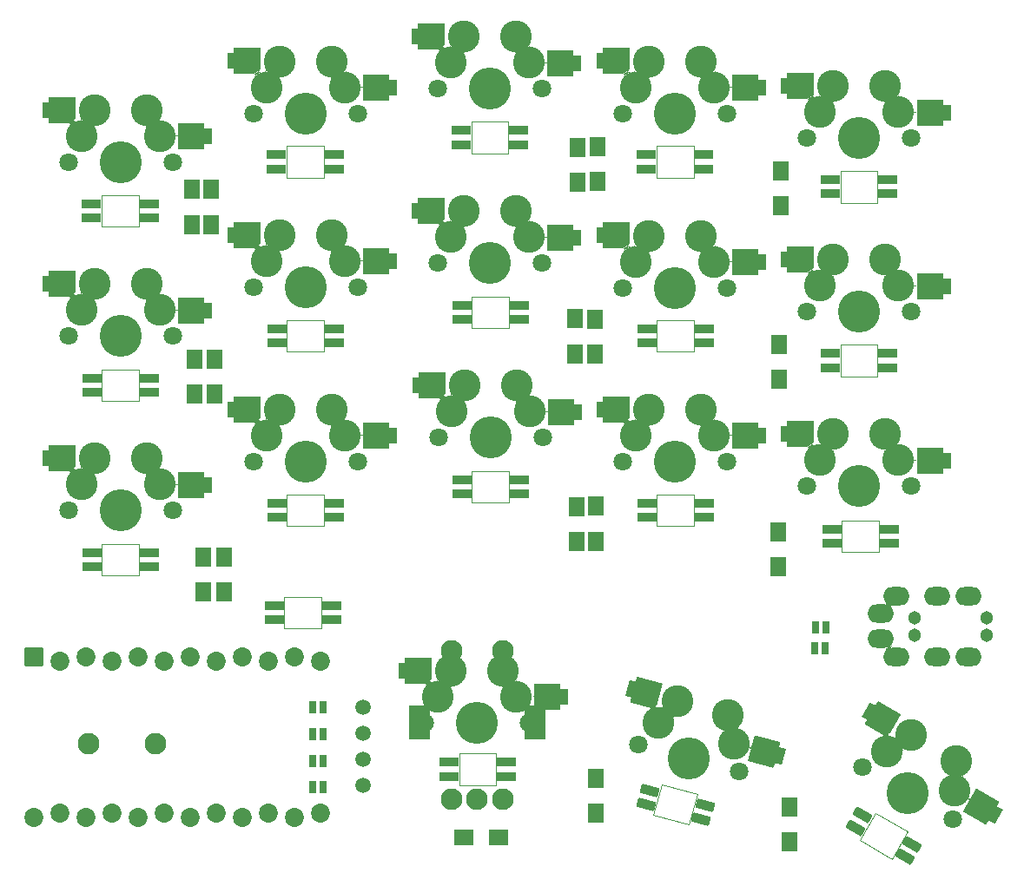
<source format=gbr>
G04 #@! TF.GenerationSoftware,KiCad,Pcbnew,7.0.1*
G04 #@! TF.CreationDate,2024-09-03T13:38:48+07:00*
G04 #@! TF.ProjectId,minikeeb,6d696e69-6b65-4656-922e-6b696361645f,rev?*
G04 #@! TF.SameCoordinates,Original*
G04 #@! TF.FileFunction,Soldermask,Top*
G04 #@! TF.FilePolarity,Negative*
%FSLAX46Y46*%
G04 Gerber Fmt 4.6, Leading zero omitted, Abs format (unit mm)*
G04 Created by KiCad (PCBNEW 7.0.1) date 2024-09-03 13:38:48*
%MOMM*%
%LPD*%
G01*
G04 APERTURE LIST*
G04 Aperture macros list*
%AMRoundRect*
0 Rectangle with rounded corners*
0 $1 Rounding radius*
0 $2 $3 $4 $5 $6 $7 $8 $9 X,Y pos of 4 corners*
0 Add a 4 corners polygon primitive as box body*
4,1,4,$2,$3,$4,$5,$6,$7,$8,$9,$2,$3,0*
0 Add four circle primitives for the rounded corners*
1,1,$1+$1,$2,$3*
1,1,$1+$1,$4,$5*
1,1,$1+$1,$6,$7*
1,1,$1+$1,$8,$9*
0 Add four rect primitives between the rounded corners*
20,1,$1+$1,$2,$3,$4,$5,0*
20,1,$1+$1,$4,$5,$6,$7,0*
20,1,$1+$1,$6,$7,$8,$9,0*
20,1,$1+$1,$8,$9,$2,$3,0*%
%AMFreePoly0*
4,1,41,2.719517,1.297118,2.754872,1.282473,2.782473,1.254872,2.797118,1.219517,2.801000,1.200000,2.801000,-0.800000,2.799048,-0.809811,2.799038,-0.819807,2.791404,-0.838184,2.786112,-0.846085,2.782473,-0.854872,2.771416,-0.871419,2.763105,-0.876971,2.756025,-0.884038,2.156025,-1.284038,2.137628,-1.291634,2.128301,-1.293478,2.119521,-1.297116,2.100000,-1.301000,0.300000,-1.301000,
0.280483,-1.297118,0.245128,-1.282473,0.217527,-1.254872,0.202882,-1.219517,0.199000,-1.200000,0.199000,-0.801000,-0.350000,-0.801000,-0.386062,-0.786062,-0.401000,-0.750000,-0.401000,0.750000,-0.386062,0.786062,-0.350000,0.801000,0.199000,0.801000,0.199000,1.200000,0.202882,1.219517,0.217527,1.254872,0.245128,1.282473,0.280483,1.297118,0.300000,1.301000,2.700000,1.301000,
2.719517,1.297118,2.719517,1.297118,$1*%
%AMFreePoly1*
4,1,33,-0.380483,1.297118,-0.345128,1.282473,-0.317527,1.254872,-0.302882,1.219517,-0.299000,1.200000,-0.299000,0.801000,0.350000,0.801000,0.386062,0.786062,0.401000,0.750000,0.401000,-0.750000,0.386062,-0.786062,0.350000,-0.801000,-0.299000,-0.801000,-0.299000,-1.200000,-0.302882,-1.219517,-0.317527,-1.254872,-0.345128,-1.282473,-0.380483,-1.297118,-0.400000,-1.301000,-2.800000,-1.301000,
-2.819517,-1.297118,-2.854872,-1.282473,-2.882473,-1.254872,-2.897118,-1.219517,-2.901000,-1.200000,-2.901000,1.200000,-2.897118,1.219517,-2.882473,1.254872,-2.854872,1.282473,-2.819517,1.297118,-2.800000,1.301000,-0.400000,1.301000,-0.380483,1.297118,-0.380483,1.297118,$1*%
G04 Aperture macros list end*
G04 #@! TA.AperFunction,Profile*
%ADD10C,0.100000*%
G04 #@! TD*
%ADD11C,1.302000*%
%ADD12O,2.602000X1.802000*%
%ADD13RoundRect,0.051000X-0.850000X-0.412500X0.850000X-0.412500X0.850000X0.412500X-0.850000X0.412500X0*%
%ADD14RoundRect,0.051000X0.750000X-0.900000X0.750000X0.900000X-0.750000X0.900000X-0.750000X-0.900000X0*%
%ADD15RoundRect,0.051000X0.850000X0.412500X-0.850000X0.412500X-0.850000X-0.412500X0.850000X-0.412500X0*%
%ADD16C,1.802000*%
%ADD17C,3.102000*%
%ADD18C,4.102000*%
%ADD19FreePoly0,0.000000*%
%ADD20FreePoly1,0.000000*%
%ADD21RoundRect,0.051000X0.927800X0.178448X-0.714274X0.618441X-0.927800X-0.178448X0.714274X-0.618441X0*%
%ADD22RoundRect,0.051000X0.900000X0.750000X-0.900000X0.750000X-0.900000X-0.750000X0.900000X-0.750000X0*%
%ADD23FreePoly0,345.000000*%
%ADD24FreePoly1,345.000000*%
%ADD25C,1.499000*%
%ADD26RoundRect,0.051000X0.317500X0.571500X-0.317500X0.571500X-0.317500X-0.571500X0.317500X-0.571500X0*%
%ADD27FreePoly0,330.000000*%
%ADD28FreePoly1,330.000000*%
%ADD29C,2.102000*%
%ADD30RoundRect,0.051000X1.000000X-1.600000X1.000000X1.600000X-1.000000X1.600000X-1.000000X-1.600000X0*%
%ADD31RoundRect,0.051000X0.942372X-0.067765X-0.529872X0.782235X-0.942372X0.067765X0.529872X-0.782235X0*%
%ADD32RoundRect,0.051000X-0.876300X-0.876300X0.876300X-0.876300X0.876300X0.876300X-0.876300X0.876300X0*%
%ADD33C,1.854600*%
G04 APERTURE END LIST*
D10*
X74350000Y-79170000D02*
X74350000Y-82270000D01*
X74350000Y-82270000D02*
X77950000Y-82270000D01*
X77950000Y-79170000D02*
X74350000Y-79170000D01*
X77950000Y-82270000D02*
X77950000Y-79170000D01*
X78000000Y-99340000D02*
X78000000Y-96240000D01*
X78000000Y-96240000D02*
X74400000Y-96240000D01*
X74400000Y-99340000D02*
X78000000Y-99340000D01*
X74400000Y-96240000D02*
X74400000Y-99340000D01*
X74400000Y-113258000D02*
X74400000Y-116358000D01*
X74400000Y-116358000D02*
X78000000Y-116358000D01*
X78000000Y-113258000D02*
X74400000Y-113258000D01*
X78000000Y-116358000D02*
X78000000Y-113258000D01*
X59966000Y-101626000D02*
X59966000Y-98526000D01*
X59966000Y-98526000D02*
X56366000Y-98526000D01*
X56366000Y-101626000D02*
X59966000Y-101626000D01*
X56366000Y-98526000D02*
X56366000Y-101626000D01*
X56350000Y-81560000D02*
X56350000Y-84660000D01*
X56350000Y-84660000D02*
X59950000Y-84660000D01*
X59950000Y-81560000D02*
X56350000Y-81560000D01*
X59950000Y-84660000D02*
X59950000Y-81560000D01*
X76750000Y-143890000D02*
X76750000Y-140790000D01*
X76750000Y-140790000D02*
X73150000Y-140790000D01*
X73150000Y-143890000D02*
X76750000Y-143890000D01*
X73150000Y-140790000D02*
X73150000Y-143890000D01*
X95571497Y-147759059D02*
X96373836Y-144764689D01*
X96373836Y-144764689D02*
X92896503Y-143832941D01*
X92094164Y-146827311D02*
X95571497Y-147759059D01*
X92896503Y-143832941D02*
X92094164Y-146827311D01*
X110332500Y-83970000D02*
X110332500Y-87070000D01*
X110332500Y-87070000D02*
X113932500Y-87070000D01*
X113932500Y-83970000D02*
X110332500Y-83970000D01*
X113932500Y-87070000D02*
X113932500Y-83970000D01*
X41932000Y-106452000D02*
X41932000Y-103352000D01*
X41932000Y-103352000D02*
X38332000Y-103352000D01*
X38332000Y-106452000D02*
X41932000Y-106452000D01*
X38332000Y-103352000D02*
X38332000Y-106452000D01*
X38332000Y-120370000D02*
X38332000Y-123470000D01*
X38332000Y-123470000D02*
X41932000Y-123470000D01*
X41932000Y-120370000D02*
X38332000Y-120370000D01*
X41932000Y-123470000D02*
X41932000Y-120370000D01*
X92434000Y-115544000D02*
X92434000Y-118644000D01*
X92434000Y-118644000D02*
X96034000Y-118644000D01*
X96034000Y-115544000D02*
X92434000Y-115544000D01*
X96034000Y-118644000D02*
X96034000Y-115544000D01*
X56120000Y-125510000D02*
X56120000Y-128610000D01*
X56120000Y-128610000D02*
X59720000Y-128610000D01*
X59720000Y-125510000D02*
X56120000Y-125510000D01*
X59720000Y-128610000D02*
X59720000Y-125510000D01*
X92402500Y-81560000D02*
X92402500Y-84660000D01*
X92402500Y-84660000D02*
X96002500Y-84660000D01*
X96002500Y-81560000D02*
X92402500Y-81560000D01*
X96002500Y-84660000D02*
X96002500Y-81560000D01*
X38320000Y-86310000D02*
X38320000Y-89410000D01*
X38320000Y-89410000D02*
X41920000Y-89410000D01*
X41920000Y-86310000D02*
X38320000Y-86310000D01*
X41920000Y-89410000D02*
X41920000Y-86310000D01*
X56366000Y-115544000D02*
X56366000Y-118644000D01*
X56366000Y-118644000D02*
X59966000Y-118644000D01*
X59966000Y-115544000D02*
X56366000Y-115544000D01*
X59966000Y-118644000D02*
X59966000Y-115544000D01*
X113927500Y-104020000D02*
X113927500Y-100920000D01*
X113927500Y-100920000D02*
X110327500Y-100920000D01*
X110327500Y-104020000D02*
X113927500Y-104020000D01*
X110327500Y-100920000D02*
X110327500Y-104020000D01*
X115337846Y-151086339D02*
X116887846Y-148401661D01*
X116887846Y-148401661D02*
X113770154Y-146601661D01*
X112220154Y-149286339D02*
X115337846Y-151086339D01*
X113770154Y-146601661D02*
X112220154Y-149286339D01*
X110468000Y-118084000D02*
X110468000Y-121184000D01*
X110468000Y-121184000D02*
X114068000Y-121184000D01*
X114068000Y-118084000D02*
X110468000Y-118084000D01*
X114068000Y-121184000D02*
X114068000Y-118084000D01*
X96034000Y-101626000D02*
X96034000Y-98526000D01*
X96034000Y-98526000D02*
X92434000Y-98526000D01*
X92434000Y-101626000D02*
X96034000Y-101626000D01*
X92434000Y-98526000D02*
X92434000Y-101626000D01*
X96034000Y-101626000D02*
X92434000Y-101626000D01*
X96034000Y-98526000D02*
X96034000Y-101626000D01*
X92434000Y-101626000D02*
X92434000Y-98526000D01*
X92434000Y-98526000D02*
X96034000Y-98526000D01*
X38320000Y-86310000D02*
X41920000Y-86310000D01*
X38320000Y-89410000D02*
X38320000Y-86310000D01*
X41920000Y-86310000D02*
X41920000Y-89410000D01*
X41920000Y-89410000D02*
X38320000Y-89410000D01*
X76770000Y-143890000D02*
X73170000Y-143890000D01*
X76770000Y-140790000D02*
X76770000Y-143890000D01*
X73170000Y-143890000D02*
X73170000Y-140790000D01*
X73170000Y-140790000D02*
X76770000Y-140790000D01*
X41932000Y-106452000D02*
X38332000Y-106452000D01*
X41932000Y-103352000D02*
X41932000Y-106452000D01*
X38332000Y-106452000D02*
X38332000Y-103352000D01*
X38332000Y-103352000D02*
X41932000Y-103352000D01*
X115333846Y-151082339D02*
X112216154Y-149282339D01*
X116883846Y-148397661D02*
X115333846Y-151082339D01*
X112216154Y-149282339D02*
X113766154Y-146597661D01*
X113766154Y-146597661D02*
X116883846Y-148397661D01*
X110468000Y-118084000D02*
X114068000Y-118084000D01*
X110468000Y-121184000D02*
X110468000Y-118084000D01*
X114068000Y-118084000D02*
X114068000Y-121184000D01*
X114068000Y-121184000D02*
X110468000Y-121184000D01*
X59718000Y-128612000D02*
X56118000Y-128612000D01*
X59718000Y-125512000D02*
X59718000Y-128612000D01*
X56118000Y-128612000D02*
X56118000Y-125512000D01*
X56118000Y-125512000D02*
X59718000Y-125512000D01*
X78000000Y-99340000D02*
X74400000Y-99340000D01*
X78000000Y-96240000D02*
X78000000Y-99340000D01*
X74400000Y-99340000D02*
X74400000Y-96240000D01*
X74400000Y-96240000D02*
X78000000Y-96240000D01*
X92434000Y-115544000D02*
X96034000Y-115544000D01*
X92434000Y-118644000D02*
X92434000Y-115544000D01*
X96034000Y-115544000D02*
X96034000Y-118644000D01*
X96034000Y-118644000D02*
X92434000Y-118644000D01*
X74400000Y-113260000D02*
X78000000Y-113260000D01*
X74400000Y-116360000D02*
X74400000Y-113260000D01*
X78000000Y-113260000D02*
X78000000Y-116360000D01*
X78000000Y-116360000D02*
X74400000Y-116360000D01*
X38330000Y-120370000D02*
X41930000Y-120370000D01*
X38330000Y-123470000D02*
X38330000Y-120370000D01*
X41930000Y-120370000D02*
X41930000Y-123470000D01*
X41930000Y-123470000D02*
X38330000Y-123470000D01*
X59970000Y-101630000D02*
X56370000Y-101630000D01*
X59970000Y-98530000D02*
X59970000Y-101630000D01*
X56370000Y-101630000D02*
X56370000Y-98530000D01*
X56370000Y-98530000D02*
X59970000Y-98530000D01*
X92402500Y-81560000D02*
X96002500Y-81560000D01*
X92402500Y-84660000D02*
X92402500Y-81560000D01*
X96002500Y-81560000D02*
X96002500Y-84660000D01*
X96002500Y-84660000D02*
X92402500Y-84660000D01*
X56350000Y-81560000D02*
X59950000Y-81560000D01*
X56350000Y-84660000D02*
X56350000Y-81560000D01*
X59950000Y-81560000D02*
X59950000Y-84660000D01*
X59950000Y-84660000D02*
X56350000Y-84660000D01*
X95571497Y-147759059D02*
X92094164Y-146827311D01*
X96373836Y-144764689D02*
X95571497Y-147759059D01*
X92094164Y-146827311D02*
X92896503Y-143832941D01*
X92896503Y-143832941D02*
X96373836Y-144764689D01*
X110330000Y-83970000D02*
X113930000Y-83970000D01*
X110330000Y-87070000D02*
X110330000Y-83970000D01*
X113930000Y-83970000D02*
X113930000Y-87070000D01*
X113930000Y-87070000D02*
X110330000Y-87070000D01*
X56366000Y-115544000D02*
X59966000Y-115544000D01*
X56366000Y-118644000D02*
X56366000Y-115544000D01*
X59966000Y-115544000D02*
X59966000Y-118644000D01*
X59966000Y-118644000D02*
X56366000Y-118644000D01*
X74350000Y-79170000D02*
X77950000Y-79170000D01*
X74350000Y-82270000D02*
X74350000Y-79170000D01*
X77950000Y-79170000D02*
X77950000Y-82270000D01*
X77950000Y-82270000D02*
X74350000Y-82270000D01*
X113927500Y-104020000D02*
X110327500Y-104020000D01*
X113927500Y-100920000D02*
X113927500Y-104020000D01*
X110327500Y-104020000D02*
X110327500Y-100920000D01*
X110327500Y-100920000D02*
X113927500Y-100920000D01*
D11*
X124570000Y-127540000D03*
X117570000Y-127540000D03*
X124570000Y-129290000D03*
X117570000Y-129290000D03*
D12*
X115770000Y-125440000D03*
X115770000Y-131390000D03*
X119770000Y-125440000D03*
X119770000Y-131390000D03*
X122770000Y-125440000D03*
X122770000Y-131390000D03*
X114270000Y-127190000D03*
X114270000Y-129640000D03*
D13*
X78950000Y-80020000D03*
X78950000Y-81420000D03*
X73350000Y-81420000D03*
X73350000Y-80020000D03*
D14*
X49010000Y-89190000D03*
X49010000Y-85790000D03*
D15*
X73400000Y-98490000D03*
X73400000Y-97090000D03*
X79000000Y-97090000D03*
X79000000Y-98490000D03*
D13*
X79000000Y-114108000D03*
X79000000Y-115508000D03*
X73400000Y-115508000D03*
X73400000Y-114108000D03*
D16*
X107061000Y-97726500D03*
D17*
X108331000Y-95186499D03*
X109601000Y-92646500D03*
D18*
X112141000Y-97726500D03*
D17*
X114681000Y-92646500D03*
X115951000Y-95186500D03*
D16*
X117221000Y-97726500D03*
D19*
X104941000Y-92626500D03*
D20*
X120641000Y-95226500D03*
D14*
X84720000Y-85050000D03*
X84720000Y-81650000D03*
X86680000Y-85029999D03*
X86680000Y-81629999D03*
D15*
X55366000Y-100776000D03*
X55366000Y-99376000D03*
X60966000Y-99376000D03*
X60966000Y-100776000D03*
D16*
X89090500Y-112331500D03*
D17*
X90360500Y-109791499D03*
X91630500Y-107251500D03*
D18*
X94170500Y-112331500D03*
D17*
X96710500Y-107251500D03*
X97980500Y-109791500D03*
D16*
X99250500Y-112331500D03*
D19*
X86970500Y-107231500D03*
D20*
X102670500Y-109831500D03*
D13*
X60950000Y-82410000D03*
X60950000Y-83810000D03*
X55350000Y-83810000D03*
X55350000Y-82410000D03*
D15*
X72150000Y-143040000D03*
X72150000Y-141640000D03*
X77750000Y-141640000D03*
X77750000Y-143040000D03*
D14*
X47350000Y-105760000D03*
X47350000Y-102360000D03*
D21*
X91348234Y-145747455D03*
X91710581Y-144395159D03*
X97119766Y-145844545D03*
X96757419Y-147196841D03*
D16*
X107061000Y-114744500D03*
D17*
X108331000Y-112204499D03*
X109601000Y-109664500D03*
D18*
X112141000Y-114744500D03*
D17*
X114681000Y-109664500D03*
X115951000Y-112204500D03*
D16*
X117221000Y-114744500D03*
D19*
X104941000Y-109644500D03*
D20*
X120641000Y-112244500D03*
D22*
X76980000Y-149030000D03*
X73580000Y-149030000D03*
D13*
X114932500Y-84820000D03*
X114932500Y-86220000D03*
X109332500Y-86220000D03*
X109332500Y-84820000D03*
D16*
X90660597Y-139972699D03*
D17*
X92544723Y-137847947D03*
X94428849Y-135723196D03*
D18*
X95567500Y-141287500D03*
D17*
X99335752Y-137037997D03*
X99905078Y-139820149D03*
D16*
X100474403Y-142602301D03*
D23*
X89932811Y-134497781D03*
D24*
X104424917Y-141072647D03*
D15*
X37332000Y-105602000D03*
X37332000Y-104202000D03*
X42932000Y-104202000D03*
X42932000Y-105602000D03*
D13*
X42932000Y-121220000D03*
X42932000Y-122620000D03*
X37332000Y-122620000D03*
X37332000Y-121220000D03*
D25*
X63790000Y-143940000D03*
X63790000Y-141400000D03*
X63790000Y-138860000D03*
X63790000Y-136320000D03*
D26*
X108880760Y-128540000D03*
X107880000Y-128540000D03*
D14*
X104380000Y-104319999D03*
X104380000Y-100919999D03*
D13*
X97034000Y-116394000D03*
X97034000Y-117794000D03*
X91434000Y-117794000D03*
X91434000Y-116394000D03*
D16*
X53086000Y-112331500D03*
D17*
X54356000Y-109791499D03*
X55626000Y-107251500D03*
D18*
X58166000Y-112331500D03*
D17*
X60706000Y-107251500D03*
X61976000Y-109791500D03*
D16*
X63246000Y-112331500D03*
D19*
X50966000Y-107231500D03*
D20*
X66666000Y-109831500D03*
D13*
X60720000Y-126360000D03*
X60720000Y-127760000D03*
X55120000Y-127760000D03*
X55120000Y-126360000D03*
D26*
X59910380Y-138950000D03*
X58909620Y-138950000D03*
D13*
X97002500Y-82410000D03*
X97002500Y-83810000D03*
X91402500Y-83810000D03*
X91402500Y-82410000D03*
D16*
X71056500Y-92964000D03*
D17*
X72326500Y-90423999D03*
X73596500Y-87884000D03*
D18*
X76136500Y-92964000D03*
D17*
X78676500Y-87884000D03*
X79946500Y-90424000D03*
D16*
X81216500Y-92964000D03*
D19*
X68936500Y-87864000D03*
D20*
X84636500Y-90464000D03*
D16*
X35052000Y-117094000D03*
D17*
X36322000Y-114553999D03*
X37592000Y-112014000D03*
D18*
X40132000Y-117094000D03*
D17*
X42672000Y-112014000D03*
X43942000Y-114554000D03*
D16*
X45212000Y-117094000D03*
D19*
X32932000Y-111994000D03*
D20*
X48632000Y-114594000D03*
D26*
X59880760Y-144120000D03*
X58880000Y-144120000D03*
D13*
X42920000Y-87160000D03*
X42920000Y-88560000D03*
X37320000Y-88560000D03*
X37320000Y-87160000D03*
D16*
X112440591Y-142176500D03*
D17*
X114810444Y-140611795D03*
X117180295Y-139047091D03*
D18*
X116840000Y-144716500D03*
D17*
X121579705Y-141587091D03*
X121409557Y-144421795D03*
D16*
X121239409Y-147256500D03*
D27*
X113154617Y-136699770D03*
D28*
X125451216Y-146801436D03*
D16*
X107061000Y-80772000D03*
D17*
X108331000Y-78231999D03*
X109601000Y-75692000D03*
D18*
X112141000Y-80772000D03*
D17*
X114681000Y-75692000D03*
X115951000Y-78232000D03*
D16*
X117221000Y-80772000D03*
D19*
X104941000Y-75672000D03*
D20*
X120641000Y-78272000D03*
D26*
X59910760Y-136340000D03*
X58910000Y-136340000D03*
D29*
X37070000Y-139900000D03*
X43570000Y-139900000D03*
D14*
X86380000Y-101820000D03*
X86380000Y-98420000D03*
D29*
X72410000Y-145310000D03*
X77410000Y-145310000D03*
X74910000Y-145310000D03*
D30*
X69310000Y-137810000D03*
X80510000Y-137810000D03*
D29*
X77410000Y-130810000D03*
X72410000Y-130810000D03*
D14*
X84480000Y-101810000D03*
X84480000Y-98410000D03*
X104530000Y-87400000D03*
X104530000Y-84000000D03*
D16*
X71056500Y-75946000D03*
D17*
X72326500Y-73405999D03*
X73596500Y-70866000D03*
D18*
X76136500Y-75946000D03*
D17*
X78676500Y-70866000D03*
X79946500Y-73406000D03*
D16*
X81216500Y-75946000D03*
D19*
X68936500Y-70846000D03*
D20*
X84636500Y-73446000D03*
D14*
X47100000Y-89190000D03*
X47100000Y-85790000D03*
D16*
X89090500Y-78359000D03*
D17*
X90360500Y-75818999D03*
X91630500Y-73279000D03*
D18*
X94170500Y-78359000D03*
D17*
X96710500Y-73279000D03*
X97980500Y-75819000D03*
D16*
X99250500Y-78359000D03*
D19*
X86970500Y-73259000D03*
D20*
X102670500Y-75859000D03*
D26*
X108840760Y-130560000D03*
X107840000Y-130560000D03*
D16*
X35052000Y-83121500D03*
D17*
X36322000Y-80581499D03*
X37592000Y-78041500D03*
D18*
X40132000Y-83121500D03*
D17*
X42672000Y-78041500D03*
X43942000Y-80581500D03*
D16*
X45212000Y-83121500D03*
D19*
X32932000Y-78021500D03*
D20*
X48632000Y-80621500D03*
D14*
X49280000Y-105740000D03*
X49280000Y-102340000D03*
D13*
X60966000Y-116394000D03*
X60966000Y-117794000D03*
X55366000Y-117794000D03*
X55366000Y-116394000D03*
D14*
X86500000Y-120099999D03*
X86500000Y-116699999D03*
X86500000Y-146660000D03*
X86500000Y-143260000D03*
D15*
X109327500Y-103170000D03*
X109327500Y-101770000D03*
X114927500Y-101770000D03*
X114927500Y-103170000D03*
D31*
X111779129Y-148050218D03*
X112479129Y-146837782D03*
X117328871Y-149637782D03*
X116628871Y-150850218D03*
D16*
X71120000Y-109982000D03*
D17*
X72390000Y-107441999D03*
X73660000Y-104902000D03*
D18*
X76200000Y-109982000D03*
D17*
X78740000Y-104902000D03*
X80010000Y-107442000D03*
D16*
X81280000Y-109982000D03*
D19*
X69000000Y-104882000D03*
D20*
X84700000Y-107482000D03*
D16*
X35052000Y-100076000D03*
D17*
X36322000Y-97535999D03*
X37592000Y-94996000D03*
D18*
X40132000Y-100076000D03*
D17*
X42672000Y-94996000D03*
X43942000Y-97536000D03*
D16*
X45212000Y-100076000D03*
D19*
X32932000Y-94976000D03*
D20*
X48632000Y-97576000D03*
D14*
X48230000Y-125060000D03*
X48230000Y-121660000D03*
D16*
X53086000Y-78359000D03*
D17*
X54356000Y-75818999D03*
X55626000Y-73279000D03*
D18*
X58166000Y-78359000D03*
D17*
X60706000Y-73279000D03*
X61976000Y-75819000D03*
D16*
X63246000Y-78359000D03*
D19*
X50966000Y-73259000D03*
D20*
X66666000Y-75859000D03*
D14*
X104230000Y-122580000D03*
X104230000Y-119180000D03*
D26*
X59900760Y-141520000D03*
X58900000Y-141520000D03*
D13*
X115068000Y-118934000D03*
X115068000Y-120334000D03*
X109468000Y-120334000D03*
X109468000Y-118934000D03*
D16*
X89090500Y-95377000D03*
D17*
X90360500Y-92836999D03*
X91630500Y-90297000D03*
D18*
X94170500Y-95377000D03*
D17*
X96710500Y-90297000D03*
X97980500Y-92837000D03*
D16*
X99250500Y-95377000D03*
D19*
X86970500Y-90277000D03*
D20*
X102670500Y-92877000D03*
D16*
X53086000Y-95313500D03*
D17*
X54356000Y-92773499D03*
X55626000Y-90233500D03*
D18*
X58166000Y-95313500D03*
D17*
X60706000Y-90233500D03*
X61976000Y-92773500D03*
D16*
X63246000Y-95313500D03*
D19*
X50966000Y-90213500D03*
D20*
X66666000Y-92813500D03*
D14*
X50250000Y-125020000D03*
X50250000Y-121620000D03*
X105350000Y-149430001D03*
X105350000Y-146030001D03*
D15*
X91434000Y-100776000D03*
X91434000Y-99376000D03*
X97034000Y-99376000D03*
X97034000Y-100776000D03*
D14*
X84590000Y-120160000D03*
X84590000Y-116760000D03*
D16*
X69790000Y-137820000D03*
D17*
X71060000Y-135279999D03*
X72330000Y-132740000D03*
D18*
X74870000Y-137820000D03*
D17*
X77410000Y-132740000D03*
X78680000Y-135280000D03*
D16*
X79950000Y-137820000D03*
D19*
X67670000Y-132720000D03*
D20*
X83370000Y-135320000D03*
D32*
X31700000Y-131371400D03*
D33*
X34240000Y-131828600D03*
X36780000Y-131371400D03*
X39320000Y-131828600D03*
X41860000Y-131371400D03*
X44400000Y-131828600D03*
X46940000Y-131371400D03*
X49480000Y-131828600D03*
X52020000Y-131371400D03*
X54560000Y-131828600D03*
X57100000Y-131371400D03*
X59640000Y-131828600D03*
X59640000Y-146611400D03*
X57100000Y-147068600D03*
X54560000Y-146611400D03*
X52020000Y-147068600D03*
X49480000Y-146611400D03*
X46940000Y-147068600D03*
X44400000Y-146611400D03*
X41860000Y-147068600D03*
X39320000Y-146611400D03*
X36780000Y-147068600D03*
X34240000Y-146611400D03*
X31700000Y-147068600D03*
G36*
X123537570Y-144316042D02*
G01*
X123537549Y-144318005D01*
X122343675Y-146385855D01*
X122341999Y-146386854D01*
X122340269Y-146385950D01*
X122340133Y-146384003D01*
X122340141Y-146383986D01*
X122340219Y-146383838D01*
X122927327Y-145366936D01*
X122738735Y-145238357D01*
X122679171Y-145313050D01*
X122677391Y-145313791D01*
X122675812Y-145312684D01*
X122675902Y-145310758D01*
X122789719Y-145125025D01*
X122843685Y-144994740D01*
X122845260Y-144993524D01*
X122847104Y-144994268D01*
X122847395Y-144996236D01*
X122781312Y-145164615D01*
X122986959Y-145263650D01*
X123534075Y-144316020D01*
X123534143Y-144315911D01*
X123534153Y-144315896D01*
X123535903Y-144315007D01*
X123537570Y-144316042D01*
G37*
G36*
X122258308Y-142978484D02*
G01*
X122259129Y-142980253D01*
X122248658Y-143119953D01*
X122252316Y-143122448D01*
X122253186Y-143124217D01*
X122252115Y-143125873D01*
X122250144Y-143125805D01*
X122112787Y-143041632D01*
X122112536Y-143041528D01*
X122111456Y-143040445D01*
X122111457Y-143038915D01*
X122112539Y-143037833D01*
X122256370Y-142978256D01*
X122258308Y-142978484D01*
G37*
G36*
X120739116Y-142883080D02*
G01*
X120876472Y-142967252D01*
X120876723Y-142967356D01*
X120877805Y-142968439D01*
X120877805Y-142969969D01*
X120876722Y-142971052D01*
X120732891Y-143030628D01*
X120730953Y-143030400D01*
X120730132Y-143028631D01*
X120740600Y-142888930D01*
X120736944Y-142886437D01*
X120736074Y-142884668D01*
X120737145Y-142883012D01*
X120739116Y-142883080D01*
G37*
G36*
X101933222Y-139167253D02*
G01*
X101933695Y-139169139D01*
X101315706Y-141475507D01*
X101314292Y-141476921D01*
X101312360Y-141476403D01*
X101311842Y-141474471D01*
X101620194Y-140323677D01*
X101399276Y-140250984D01*
X101385265Y-140286682D01*
X101383792Y-140287913D01*
X101381961Y-140287337D01*
X101381458Y-140285484D01*
X101435001Y-140062464D01*
X101446730Y-139913423D01*
X101447861Y-139911776D01*
X101449853Y-139911929D01*
X101450718Y-139913729D01*
X101431917Y-140164613D01*
X101652761Y-140202136D01*
X101929828Y-139168111D01*
X101929887Y-139167927D01*
X101929890Y-139167919D01*
X101931371Y-139166660D01*
X101933222Y-139167253D01*
G37*
G36*
X116337167Y-140341524D02*
G01*
X116470006Y-140422927D01*
X116470960Y-140424583D01*
X116470088Y-140426284D01*
X116355072Y-140504703D01*
X116356086Y-140518232D01*
X116355221Y-140520032D01*
X116353229Y-140520185D01*
X116352098Y-140518538D01*
X116340367Y-140369479D01*
X116334177Y-140343696D01*
X116334417Y-140342184D01*
X116335655Y-140341284D01*
X116337167Y-140341524D01*
G37*
G36*
X115638600Y-139139826D02*
G01*
X115650371Y-139289406D01*
X115656561Y-139315189D01*
X115656321Y-139316701D01*
X115655083Y-139317601D01*
X115653571Y-139317361D01*
X115520730Y-139235956D01*
X115519776Y-139234300D01*
X115520648Y-139232599D01*
X115635664Y-139154183D01*
X115634612Y-139140132D01*
X115635477Y-139138332D01*
X115637469Y-139138179D01*
X115638600Y-139139826D01*
G37*
G36*
X115094874Y-138842613D02*
G01*
X115095094Y-138844543D01*
X115093571Y-138845750D01*
X114989319Y-138862854D01*
X114990696Y-139074810D01*
X114990058Y-139076287D01*
X114988539Y-139076817D01*
X114810444Y-139062801D01*
X114568128Y-139081871D01*
X114400675Y-139122073D01*
X114398787Y-139121535D01*
X114398268Y-139119642D01*
X114399619Y-139118217D01*
X114461842Y-139099024D01*
X114455344Y-138910935D01*
X114372411Y-138891505D01*
X114370994Y-138890261D01*
X114371243Y-138888391D01*
X114372934Y-138887559D01*
X114379738Y-138887788D01*
X115093118Y-138841780D01*
X115094874Y-138842613D01*
G37*
G36*
X99016633Y-138549481D02*
G01*
X99017871Y-138550381D01*
X99018111Y-138551893D01*
X99017211Y-138553131D01*
X98994604Y-138566985D01*
X98876228Y-138668087D01*
X98874287Y-138668460D01*
X98872973Y-138666984D01*
X98873569Y-138665100D01*
X98890274Y-138649600D01*
X98859489Y-138514724D01*
X98860033Y-138512857D01*
X98861906Y-138512334D01*
X99016633Y-138549481D01*
G37*
G36*
X100367818Y-138191194D02*
G01*
X100367222Y-138193078D01*
X100350555Y-138208542D01*
X100381338Y-138343420D01*
X100380794Y-138345287D01*
X100378921Y-138345810D01*
X100224196Y-138308664D01*
X100222958Y-138307764D01*
X100222718Y-138306252D01*
X100223618Y-138305014D01*
X100246225Y-138291160D01*
X100364563Y-138190091D01*
X100366504Y-138189718D01*
X100367818Y-138191194D01*
G37*
G36*
X93949937Y-137196275D02*
G01*
X93950179Y-137196375D01*
X94134134Y-137240539D01*
X94135568Y-137241861D01*
X94135194Y-137243775D01*
X94133369Y-137244462D01*
X94104296Y-137240080D01*
X94015865Y-137335386D01*
X94054147Y-137503113D01*
X94053563Y-137505019D01*
X94051622Y-137505473D01*
X94050252Y-137504025D01*
X94017903Y-137369280D01*
X93947323Y-137198887D01*
X93947323Y-137197356D01*
X93948406Y-137196274D01*
X93949937Y-137196275D01*
G37*
G36*
X79460521Y-136614777D02*
G01*
X79461000Y-136616076D01*
X79461000Y-137069136D01*
X79460176Y-137070754D01*
X79403171Y-137112170D01*
X79401218Y-137112395D01*
X79400016Y-137110839D01*
X79400726Y-137109006D01*
X79433382Y-137082206D01*
X79457000Y-137032270D01*
X79457000Y-136752086D01*
X79342797Y-136680327D01*
X79341939Y-136679188D01*
X79342059Y-136677766D01*
X79343096Y-136676786D01*
X79383230Y-136660162D01*
X79457955Y-136614371D01*
X79459313Y-136614101D01*
X79460521Y-136614777D01*
G37*
G36*
X92361602Y-136065421D02*
G01*
X92362315Y-136067229D01*
X92361156Y-136068788D01*
X92280012Y-136105496D01*
X92321882Y-136299633D01*
X92485180Y-136299633D01*
X92486885Y-136300588D01*
X92486962Y-136302541D01*
X92485337Y-136303627D01*
X92302407Y-136318023D01*
X92066056Y-136374766D01*
X91841492Y-136467784D01*
X91704131Y-136551959D01*
X91702160Y-136552027D01*
X91701089Y-136550371D01*
X91701959Y-136548602D01*
X91813414Y-136472613D01*
X91756222Y-136297117D01*
X91676376Y-136299646D01*
X91674686Y-136298810D01*
X91674442Y-136296940D01*
X91675861Y-136295699D01*
X91682483Y-136294162D01*
X92359691Y-136065071D01*
X92361602Y-136065421D01*
G37*
G36*
X92923292Y-136067007D02*
G01*
X92955668Y-136201862D01*
X93026248Y-136372255D01*
X93026248Y-136373785D01*
X93025166Y-136374867D01*
X93023636Y-136374868D01*
X93023392Y-136374767D01*
X92839428Y-136330601D01*
X92837994Y-136329279D01*
X92838368Y-136327365D01*
X92840193Y-136326678D01*
X92869274Y-136331061D01*
X92957704Y-136235755D01*
X92919397Y-136067919D01*
X92919981Y-136066013D01*
X92921922Y-136065558D01*
X92923292Y-136067007D01*
G37*
G36*
X80470388Y-135238871D02*
G01*
X80471000Y-135240311D01*
X80471000Y-136159000D01*
X80470414Y-136160414D01*
X80469000Y-136161000D01*
X80395778Y-136161000D01*
X80394364Y-136160414D01*
X80393778Y-136159000D01*
X80394364Y-136157586D01*
X80467000Y-136084950D01*
X80467000Y-135321616D01*
X80228509Y-135312691D01*
X80227090Y-135312022D01*
X80226590Y-135310535D01*
X80228993Y-135279999D01*
X80226590Y-135249464D01*
X80227090Y-135247977D01*
X80228509Y-135247308D01*
X80468925Y-135238312D01*
X80470388Y-135238871D01*
G37*
G36*
X80032515Y-136033999D02*
G01*
X80104104Y-136158000D01*
X80104104Y-136160000D01*
X80102372Y-136161000D01*
X79954796Y-136161000D01*
X79953497Y-136160521D01*
X79952821Y-136159313D01*
X79953091Y-136157955D01*
X80029078Y-136033954D01*
X80030809Y-136032999D01*
X80032515Y-136033999D01*
G37*
G36*
X69710922Y-136033954D02*
G01*
X69786910Y-136157955D01*
X69787180Y-136159313D01*
X69786504Y-136160521D01*
X69785205Y-136161000D01*
X69637625Y-136161000D01*
X69635893Y-136160000D01*
X69635893Y-136158000D01*
X69707485Y-136033999D01*
X69709191Y-136032999D01*
X69710922Y-136033954D01*
G37*
G36*
X77409999Y-134288993D02*
G01*
X77496972Y-134282148D01*
X77498428Y-134282621D01*
X77499123Y-134283985D01*
X77498650Y-134285441D01*
X77426836Y-134369526D01*
X77350844Y-134493534D01*
X77349104Y-134494489D01*
X77347398Y-134493474D01*
X77347407Y-134491489D01*
X77393342Y-134411926D01*
X77336931Y-134294788D01*
X77232280Y-134279014D01*
X77230734Y-134277811D01*
X77230957Y-134275864D01*
X77232735Y-134275042D01*
X77409999Y-134288993D01*
G37*
G36*
X72509040Y-134275865D02*
G01*
X72509263Y-134277812D01*
X72507717Y-134279015D01*
X72403067Y-134294788D01*
X72346656Y-134411927D01*
X72392568Y-134491448D01*
X72392577Y-134493433D01*
X72390871Y-134494448D01*
X72389131Y-134493493D01*
X72313163Y-134369525D01*
X72241349Y-134285441D01*
X72240876Y-134283985D01*
X72241571Y-134282621D01*
X72243027Y-134282148D01*
X72330000Y-134288993D01*
X72507262Y-134275043D01*
X72509040Y-134275865D01*
G37*
G36*
X70422882Y-133607195D02*
G01*
X70422166Y-133609001D01*
X70344771Y-133672389D01*
X70440542Y-133850776D01*
X70535472Y-133821494D01*
X70537376Y-133821897D01*
X70538036Y-133823728D01*
X70536827Y-133825253D01*
X70356769Y-133899836D01*
X70149526Y-134026835D01*
X69998685Y-134155664D01*
X69997044Y-134156114D01*
X69995651Y-134155138D01*
X69898437Y-133985650D01*
X69820511Y-134009200D01*
X69818662Y-134008831D01*
X69817942Y-134007088D01*
X69818991Y-134005521D01*
X69825001Y-134002316D01*
X70419790Y-133605790D01*
X70421726Y-133605633D01*
X70422882Y-133607195D01*
G37*
G36*
X78742572Y-133526572D02*
G01*
X78742563Y-133528557D01*
X78696656Y-133608071D01*
X78753066Y-133725209D01*
X78857738Y-133740986D01*
X78859284Y-133742189D01*
X78859061Y-133744136D01*
X78857283Y-133744958D01*
X78680000Y-133731006D01*
X78593027Y-133737851D01*
X78591571Y-133737378D01*
X78590876Y-133736014D01*
X78591349Y-133734558D01*
X78663163Y-133650473D01*
X78739126Y-133526512D01*
X78740866Y-133525557D01*
X78742572Y-133526572D01*
G37*
G36*
X71000861Y-133526494D02*
G01*
X71076836Y-133650473D01*
X71148650Y-133734557D01*
X71149123Y-133736013D01*
X71148428Y-133737377D01*
X71146972Y-133737850D01*
X71059999Y-133731005D01*
X70882712Y-133744957D01*
X70880934Y-133744135D01*
X70880711Y-133742188D01*
X70882257Y-133740985D01*
X70986931Y-133725208D01*
X71043342Y-133608070D01*
X70997424Y-133528539D01*
X70997415Y-133526554D01*
X70999121Y-133525539D01*
X71000861Y-133526494D01*
G37*
G36*
X115321680Y-130260102D02*
G01*
X115321321Y-130261981D01*
X115252222Y-130346179D01*
X115318825Y-130487000D01*
X115370000Y-130487000D01*
X115371696Y-130487940D01*
X115371798Y-130489877D01*
X115370209Y-130490989D01*
X115183089Y-130510656D01*
X115004348Y-130568732D01*
X114841585Y-130662703D01*
X114721559Y-130770775D01*
X114719699Y-130771220D01*
X114718316Y-130769899D01*
X114718675Y-130768020D01*
X114787777Y-130683820D01*
X114721175Y-130543000D01*
X114670000Y-130543000D01*
X114668304Y-130542060D01*
X114668202Y-130540123D01*
X114669791Y-130539011D01*
X114856910Y-130519343D01*
X115035651Y-130461267D01*
X115198414Y-130367296D01*
X115318437Y-130259226D01*
X115320297Y-130258781D01*
X115321680Y-130260102D01*
G37*
G36*
X114721561Y-126059225D02*
G01*
X114841585Y-126167296D01*
X115004348Y-126261267D01*
X115183089Y-126319343D01*
X115370209Y-126339011D01*
X115371798Y-126340123D01*
X115371696Y-126342060D01*
X115370000Y-126343000D01*
X115318825Y-126343000D01*
X115252222Y-126483820D01*
X115321322Y-126568019D01*
X115321681Y-126569898D01*
X115320298Y-126571219D01*
X115318438Y-126570774D01*
X115198414Y-126462703D01*
X115035651Y-126368732D01*
X114856910Y-126310656D01*
X114669791Y-126290989D01*
X114668202Y-126289877D01*
X114668304Y-126287940D01*
X114670000Y-126287000D01*
X114721175Y-126287000D01*
X114787777Y-126146179D01*
X114718677Y-126061980D01*
X114718318Y-126060101D01*
X114719701Y-126058780D01*
X114721561Y-126059225D01*
G37*
G36*
X45732388Y-114512871D02*
G01*
X45733000Y-114514311D01*
X45733000Y-114593689D01*
X45732388Y-114595129D01*
X45730925Y-114595688D01*
X45490509Y-114586691D01*
X45489090Y-114586022D01*
X45488590Y-114584535D01*
X45490993Y-114553999D01*
X45488590Y-114523464D01*
X45489090Y-114521977D01*
X45490509Y-114521308D01*
X45730925Y-114512312D01*
X45732388Y-114512871D01*
G37*
G36*
X42671999Y-113562993D02*
G01*
X42758972Y-113556148D01*
X42760428Y-113556621D01*
X42761123Y-113557985D01*
X42760650Y-113559441D01*
X42688836Y-113643526D01*
X42612844Y-113767534D01*
X42611104Y-113768489D01*
X42609398Y-113767474D01*
X42609407Y-113765489D01*
X42655342Y-113685926D01*
X42598931Y-113568788D01*
X42494280Y-113553014D01*
X42492734Y-113551811D01*
X42492957Y-113549864D01*
X42494735Y-113549042D01*
X42671999Y-113562993D01*
G37*
G36*
X37771040Y-113549865D02*
G01*
X37771263Y-113551812D01*
X37769717Y-113553015D01*
X37665067Y-113568788D01*
X37608656Y-113685927D01*
X37654568Y-113765448D01*
X37654577Y-113767433D01*
X37652871Y-113768448D01*
X37651131Y-113767493D01*
X37575163Y-113643525D01*
X37503349Y-113559441D01*
X37502876Y-113557985D01*
X37503571Y-113556621D01*
X37505027Y-113556148D01*
X37592000Y-113562993D01*
X37769262Y-113549043D01*
X37771040Y-113549865D01*
G37*
G36*
X35684882Y-112881195D02*
G01*
X35684166Y-112883001D01*
X35606771Y-112946389D01*
X35702542Y-113124776D01*
X35797472Y-113095494D01*
X35799376Y-113095897D01*
X35800036Y-113097728D01*
X35798827Y-113099253D01*
X35618769Y-113173836D01*
X35411526Y-113300835D01*
X35260685Y-113429664D01*
X35259044Y-113430114D01*
X35257651Y-113429138D01*
X35160437Y-113259650D01*
X35082511Y-113283200D01*
X35080662Y-113282831D01*
X35079942Y-113281088D01*
X35080991Y-113279521D01*
X35087001Y-113276316D01*
X35681790Y-112879790D01*
X35683726Y-112879633D01*
X35684882Y-112881195D01*
G37*
G36*
X44004572Y-112800572D02*
G01*
X44004563Y-112802557D01*
X43958656Y-112882071D01*
X44015066Y-112999209D01*
X44119738Y-113014986D01*
X44121284Y-113016189D01*
X44121061Y-113018136D01*
X44119283Y-113018958D01*
X43942000Y-113005006D01*
X43855027Y-113011851D01*
X43853571Y-113011378D01*
X43852876Y-113010014D01*
X43853349Y-113008558D01*
X43925163Y-112924473D01*
X44001126Y-112800512D01*
X44002866Y-112799557D01*
X44004572Y-112800572D01*
G37*
G36*
X36262861Y-112800494D02*
G01*
X36338836Y-112924473D01*
X36410650Y-113008557D01*
X36411123Y-113010013D01*
X36410428Y-113011377D01*
X36408972Y-113011850D01*
X36321999Y-113005005D01*
X36144712Y-113018957D01*
X36142934Y-113018135D01*
X36142711Y-113016188D01*
X36144257Y-113014985D01*
X36248931Y-112999208D01*
X36305342Y-112882070D01*
X36259424Y-112802539D01*
X36259415Y-112800554D01*
X36261121Y-112799539D01*
X36262861Y-112800494D01*
G37*
G36*
X117741388Y-112163371D02*
G01*
X117742000Y-112164811D01*
X117742000Y-112244189D01*
X117741388Y-112245629D01*
X117739925Y-112246188D01*
X117499509Y-112237191D01*
X117498090Y-112236522D01*
X117497590Y-112235035D01*
X117499993Y-112204499D01*
X117497590Y-112173964D01*
X117498090Y-112172477D01*
X117499509Y-112171808D01*
X117739925Y-112162812D01*
X117741388Y-112163371D01*
G37*
G36*
X114680999Y-111213493D02*
G01*
X114767972Y-111206648D01*
X114769428Y-111207121D01*
X114770123Y-111208485D01*
X114769650Y-111209941D01*
X114697836Y-111294026D01*
X114621844Y-111418034D01*
X114620104Y-111418989D01*
X114618398Y-111417974D01*
X114618407Y-111415989D01*
X114664342Y-111336426D01*
X114607931Y-111219288D01*
X114503280Y-111203514D01*
X114501734Y-111202311D01*
X114501957Y-111200364D01*
X114503735Y-111199542D01*
X114680999Y-111213493D01*
G37*
G36*
X109780040Y-111200365D02*
G01*
X109780263Y-111202312D01*
X109778717Y-111203515D01*
X109674067Y-111219288D01*
X109617656Y-111336427D01*
X109663568Y-111415948D01*
X109663577Y-111417933D01*
X109661871Y-111418948D01*
X109660131Y-111417993D01*
X109584163Y-111294025D01*
X109512349Y-111209941D01*
X109511876Y-111208485D01*
X109512571Y-111207121D01*
X109514027Y-111206648D01*
X109601000Y-111213493D01*
X109778262Y-111199543D01*
X109780040Y-111200365D01*
G37*
G36*
X107693882Y-110531695D02*
G01*
X107693166Y-110533501D01*
X107615771Y-110596889D01*
X107711542Y-110775276D01*
X107806472Y-110745994D01*
X107808376Y-110746397D01*
X107809036Y-110748228D01*
X107807827Y-110749753D01*
X107627769Y-110824336D01*
X107420526Y-110951335D01*
X107269685Y-111080164D01*
X107268044Y-111080614D01*
X107266651Y-111079638D01*
X107169437Y-110910150D01*
X107091511Y-110933700D01*
X107089662Y-110933331D01*
X107088942Y-110931588D01*
X107089991Y-110930021D01*
X107096001Y-110926816D01*
X107690790Y-110530290D01*
X107692726Y-110530133D01*
X107693882Y-110531695D01*
G37*
G36*
X116013572Y-110451072D02*
G01*
X116013563Y-110453057D01*
X115967656Y-110532571D01*
X116024066Y-110649709D01*
X116128738Y-110665486D01*
X116130284Y-110666689D01*
X116130061Y-110668636D01*
X116128283Y-110669458D01*
X115951000Y-110655506D01*
X115864027Y-110662351D01*
X115862571Y-110661878D01*
X115861876Y-110660514D01*
X115862349Y-110659058D01*
X115934163Y-110574973D01*
X116010126Y-110451012D01*
X116011866Y-110450057D01*
X116013572Y-110451072D01*
G37*
G36*
X108271861Y-110450994D02*
G01*
X108347836Y-110574973D01*
X108419650Y-110659057D01*
X108420123Y-110660513D01*
X108419428Y-110661877D01*
X108417972Y-110662350D01*
X108330999Y-110655505D01*
X108153712Y-110669457D01*
X108151934Y-110668635D01*
X108151711Y-110666688D01*
X108153257Y-110665485D01*
X108257931Y-110649708D01*
X108314342Y-110532570D01*
X108268424Y-110453039D01*
X108268415Y-110451054D01*
X108270121Y-110450039D01*
X108271861Y-110450994D01*
G37*
G36*
X99770888Y-109750371D02*
G01*
X99771500Y-109751811D01*
X99771500Y-109831189D01*
X99770888Y-109832629D01*
X99769425Y-109833188D01*
X99529009Y-109824191D01*
X99527590Y-109823522D01*
X99527090Y-109822035D01*
X99529493Y-109791499D01*
X99527090Y-109760964D01*
X99527590Y-109759477D01*
X99529009Y-109758808D01*
X99769425Y-109749812D01*
X99770888Y-109750371D01*
G37*
G36*
X63766388Y-109750371D02*
G01*
X63767000Y-109751811D01*
X63767000Y-109831189D01*
X63766388Y-109832629D01*
X63764925Y-109833188D01*
X63524509Y-109824191D01*
X63523090Y-109823522D01*
X63522590Y-109822035D01*
X63524993Y-109791499D01*
X63522590Y-109760964D01*
X63523090Y-109759477D01*
X63524509Y-109758808D01*
X63764925Y-109749812D01*
X63766388Y-109750371D01*
G37*
G36*
X96710499Y-108800493D02*
G01*
X96797472Y-108793648D01*
X96798928Y-108794121D01*
X96799623Y-108795485D01*
X96799150Y-108796941D01*
X96727336Y-108881026D01*
X96651344Y-109005034D01*
X96649604Y-109005989D01*
X96647898Y-109004974D01*
X96647907Y-109002989D01*
X96693842Y-108923426D01*
X96637431Y-108806288D01*
X96532780Y-108790514D01*
X96531234Y-108789311D01*
X96531457Y-108787364D01*
X96533235Y-108786542D01*
X96710499Y-108800493D01*
G37*
G36*
X60705999Y-108800493D02*
G01*
X60792972Y-108793648D01*
X60794428Y-108794121D01*
X60795123Y-108795485D01*
X60794650Y-108796941D01*
X60722836Y-108881026D01*
X60646844Y-109005034D01*
X60645104Y-109005989D01*
X60643398Y-109004974D01*
X60643407Y-109002989D01*
X60689342Y-108923426D01*
X60632931Y-108806288D01*
X60528280Y-108790514D01*
X60526734Y-108789311D01*
X60526957Y-108787364D01*
X60528735Y-108786542D01*
X60705999Y-108800493D01*
G37*
G36*
X91809540Y-108787365D02*
G01*
X91809763Y-108789312D01*
X91808217Y-108790515D01*
X91703567Y-108806288D01*
X91647156Y-108923427D01*
X91693068Y-109002948D01*
X91693077Y-109004933D01*
X91691371Y-109005948D01*
X91689631Y-109004993D01*
X91613663Y-108881025D01*
X91541849Y-108796941D01*
X91541376Y-108795485D01*
X91542071Y-108794121D01*
X91543527Y-108793648D01*
X91630500Y-108800493D01*
X91807762Y-108786543D01*
X91809540Y-108787365D01*
G37*
G36*
X55805040Y-108787365D02*
G01*
X55805263Y-108789312D01*
X55803717Y-108790515D01*
X55699067Y-108806288D01*
X55642656Y-108923427D01*
X55688568Y-109002948D01*
X55688577Y-109004933D01*
X55686871Y-109005948D01*
X55685131Y-109004993D01*
X55609163Y-108881025D01*
X55537349Y-108796941D01*
X55536876Y-108795485D01*
X55537571Y-108794121D01*
X55539027Y-108793648D01*
X55626000Y-108800493D01*
X55803262Y-108786543D01*
X55805040Y-108787365D01*
G37*
G36*
X89723382Y-108118695D02*
G01*
X89722666Y-108120501D01*
X89645271Y-108183889D01*
X89741042Y-108362276D01*
X89835972Y-108332994D01*
X89837876Y-108333397D01*
X89838536Y-108335228D01*
X89837327Y-108336753D01*
X89657269Y-108411336D01*
X89450026Y-108538335D01*
X89299185Y-108667164D01*
X89297544Y-108667614D01*
X89296151Y-108666638D01*
X89198937Y-108497150D01*
X89121011Y-108520700D01*
X89119162Y-108520331D01*
X89118442Y-108518588D01*
X89119491Y-108517021D01*
X89125501Y-108513816D01*
X89720290Y-108117290D01*
X89722226Y-108117133D01*
X89723382Y-108118695D01*
G37*
G36*
X53718882Y-108118695D02*
G01*
X53718166Y-108120501D01*
X53640771Y-108183889D01*
X53736542Y-108362276D01*
X53831472Y-108332994D01*
X53833376Y-108333397D01*
X53834036Y-108335228D01*
X53832827Y-108336753D01*
X53652769Y-108411336D01*
X53445526Y-108538335D01*
X53294685Y-108667164D01*
X53293044Y-108667614D01*
X53291651Y-108666638D01*
X53194437Y-108497150D01*
X53116511Y-108520700D01*
X53114662Y-108520331D01*
X53113942Y-108518588D01*
X53114991Y-108517021D01*
X53121001Y-108513816D01*
X53715790Y-108117290D01*
X53717726Y-108117133D01*
X53718882Y-108118695D01*
G37*
G36*
X98043072Y-108038072D02*
G01*
X98043063Y-108040057D01*
X97997156Y-108119571D01*
X98053566Y-108236709D01*
X98158238Y-108252486D01*
X98159784Y-108253689D01*
X98159561Y-108255636D01*
X98157783Y-108256458D01*
X97980500Y-108242506D01*
X97893527Y-108249351D01*
X97892071Y-108248878D01*
X97891376Y-108247514D01*
X97891849Y-108246058D01*
X97963663Y-108161973D01*
X98039626Y-108038012D01*
X98041366Y-108037057D01*
X98043072Y-108038072D01*
G37*
G36*
X62038572Y-108038072D02*
G01*
X62038563Y-108040057D01*
X61992656Y-108119571D01*
X62049066Y-108236709D01*
X62153738Y-108252486D01*
X62155284Y-108253689D01*
X62155061Y-108255636D01*
X62153283Y-108256458D01*
X61976000Y-108242506D01*
X61889027Y-108249351D01*
X61887571Y-108248878D01*
X61886876Y-108247514D01*
X61887349Y-108246058D01*
X61959163Y-108161973D01*
X62035126Y-108038012D01*
X62036866Y-108037057D01*
X62038572Y-108038072D01*
G37*
G36*
X90301361Y-108037994D02*
G01*
X90377336Y-108161973D01*
X90449150Y-108246057D01*
X90449623Y-108247513D01*
X90448928Y-108248877D01*
X90447472Y-108249350D01*
X90360499Y-108242505D01*
X90183212Y-108256457D01*
X90181434Y-108255635D01*
X90181211Y-108253688D01*
X90182757Y-108252485D01*
X90287431Y-108236708D01*
X90343842Y-108119570D01*
X90297924Y-108040039D01*
X90297915Y-108038054D01*
X90299621Y-108037039D01*
X90301361Y-108037994D01*
G37*
G36*
X54296861Y-108037994D02*
G01*
X54372836Y-108161973D01*
X54444650Y-108246057D01*
X54445123Y-108247513D01*
X54444428Y-108248877D01*
X54442972Y-108249350D01*
X54355999Y-108242505D01*
X54178712Y-108256457D01*
X54176934Y-108255635D01*
X54176711Y-108253688D01*
X54178257Y-108252485D01*
X54282931Y-108236708D01*
X54339342Y-108119570D01*
X54293424Y-108040039D01*
X54293415Y-108038054D01*
X54295121Y-108037039D01*
X54296861Y-108037994D01*
G37*
G36*
X81800388Y-107400871D02*
G01*
X81801000Y-107402311D01*
X81801000Y-107481689D01*
X81800388Y-107483129D01*
X81798925Y-107483688D01*
X81558509Y-107474691D01*
X81557090Y-107474022D01*
X81556590Y-107472535D01*
X81558993Y-107441999D01*
X81556590Y-107411464D01*
X81557090Y-107409977D01*
X81558509Y-107409308D01*
X81798925Y-107400312D01*
X81800388Y-107400871D01*
G37*
G36*
X78739999Y-106450993D02*
G01*
X78826972Y-106444148D01*
X78828428Y-106444621D01*
X78829123Y-106445985D01*
X78828650Y-106447441D01*
X78756836Y-106531526D01*
X78680844Y-106655534D01*
X78679104Y-106656489D01*
X78677398Y-106655474D01*
X78677407Y-106653489D01*
X78723342Y-106573926D01*
X78666931Y-106456788D01*
X78562280Y-106441014D01*
X78560734Y-106439811D01*
X78560957Y-106437864D01*
X78562735Y-106437042D01*
X78739999Y-106450993D01*
G37*
G36*
X73839040Y-106437865D02*
G01*
X73839263Y-106439812D01*
X73837717Y-106441015D01*
X73733067Y-106456788D01*
X73676656Y-106573927D01*
X73722568Y-106653448D01*
X73722577Y-106655433D01*
X73720871Y-106656448D01*
X73719131Y-106655493D01*
X73643163Y-106531525D01*
X73571349Y-106447441D01*
X73570876Y-106445985D01*
X73571571Y-106444621D01*
X73573027Y-106444148D01*
X73660000Y-106450993D01*
X73837262Y-106437043D01*
X73839040Y-106437865D01*
G37*
G36*
X71752882Y-105769195D02*
G01*
X71752166Y-105771001D01*
X71674771Y-105834389D01*
X71770542Y-106012776D01*
X71865472Y-105983494D01*
X71867376Y-105983897D01*
X71868036Y-105985728D01*
X71866827Y-105987253D01*
X71686769Y-106061836D01*
X71479526Y-106188835D01*
X71328685Y-106317664D01*
X71327044Y-106318114D01*
X71325651Y-106317138D01*
X71228437Y-106147650D01*
X71150511Y-106171200D01*
X71148662Y-106170831D01*
X71147942Y-106169088D01*
X71148991Y-106167521D01*
X71155001Y-106164316D01*
X71749790Y-105767790D01*
X71751726Y-105767633D01*
X71752882Y-105769195D01*
G37*
G36*
X80072572Y-105688572D02*
G01*
X80072563Y-105690557D01*
X80026656Y-105770071D01*
X80083066Y-105887209D01*
X80187738Y-105902986D01*
X80189284Y-105904189D01*
X80189061Y-105906136D01*
X80187283Y-105906958D01*
X80010000Y-105893006D01*
X79923027Y-105899851D01*
X79921571Y-105899378D01*
X79920876Y-105898014D01*
X79921349Y-105896558D01*
X79993163Y-105812473D01*
X80069126Y-105688512D01*
X80070866Y-105687557D01*
X80072572Y-105688572D01*
G37*
G36*
X72330861Y-105688494D02*
G01*
X72406836Y-105812473D01*
X72478650Y-105896557D01*
X72479123Y-105898013D01*
X72478428Y-105899377D01*
X72476972Y-105899850D01*
X72389999Y-105893005D01*
X72212712Y-105906957D01*
X72210934Y-105906135D01*
X72210711Y-105904188D01*
X72212257Y-105902985D01*
X72316931Y-105887208D01*
X72373342Y-105770070D01*
X72327424Y-105690539D01*
X72327415Y-105688554D01*
X72329121Y-105687539D01*
X72330861Y-105688494D01*
G37*
G36*
X45732388Y-97494871D02*
G01*
X45733000Y-97496311D01*
X45733000Y-97575689D01*
X45732388Y-97577129D01*
X45730925Y-97577688D01*
X45490509Y-97568691D01*
X45489090Y-97568022D01*
X45488590Y-97566535D01*
X45490993Y-97535999D01*
X45488590Y-97505464D01*
X45489090Y-97503977D01*
X45490509Y-97503308D01*
X45730925Y-97494312D01*
X45732388Y-97494871D01*
G37*
G36*
X42671999Y-96544993D02*
G01*
X42758972Y-96538148D01*
X42760428Y-96538621D01*
X42761123Y-96539985D01*
X42760650Y-96541441D01*
X42688836Y-96625526D01*
X42612844Y-96749534D01*
X42611104Y-96750489D01*
X42609398Y-96749474D01*
X42609407Y-96747489D01*
X42655342Y-96667926D01*
X42598931Y-96550788D01*
X42494280Y-96535014D01*
X42492734Y-96533811D01*
X42492957Y-96531864D01*
X42494735Y-96531042D01*
X42671999Y-96544993D01*
G37*
G36*
X37771040Y-96531865D02*
G01*
X37771263Y-96533812D01*
X37769717Y-96535015D01*
X37665067Y-96550788D01*
X37608656Y-96667927D01*
X37654568Y-96747448D01*
X37654577Y-96749433D01*
X37652871Y-96750448D01*
X37651131Y-96749493D01*
X37575163Y-96625525D01*
X37503349Y-96541441D01*
X37502876Y-96539985D01*
X37503571Y-96538621D01*
X37505027Y-96538148D01*
X37592000Y-96544993D01*
X37769262Y-96531043D01*
X37771040Y-96531865D01*
G37*
G36*
X35684882Y-95863195D02*
G01*
X35684166Y-95865001D01*
X35606771Y-95928389D01*
X35702542Y-96106776D01*
X35797472Y-96077494D01*
X35799376Y-96077897D01*
X35800036Y-96079728D01*
X35798827Y-96081253D01*
X35618769Y-96155836D01*
X35411526Y-96282835D01*
X35260685Y-96411664D01*
X35259044Y-96412114D01*
X35257651Y-96411138D01*
X35160437Y-96241650D01*
X35082511Y-96265200D01*
X35080662Y-96264831D01*
X35079942Y-96263088D01*
X35080991Y-96261521D01*
X35087001Y-96258316D01*
X35681790Y-95861790D01*
X35683726Y-95861633D01*
X35684882Y-95863195D01*
G37*
G36*
X44004572Y-95782572D02*
G01*
X44004563Y-95784557D01*
X43958656Y-95864071D01*
X44015066Y-95981209D01*
X44119738Y-95996986D01*
X44121284Y-95998189D01*
X44121061Y-96000136D01*
X44119283Y-96000958D01*
X43942000Y-95987006D01*
X43855027Y-95993851D01*
X43853571Y-95993378D01*
X43852876Y-95992014D01*
X43853349Y-95990558D01*
X43925163Y-95906473D01*
X44001126Y-95782512D01*
X44002866Y-95781557D01*
X44004572Y-95782572D01*
G37*
G36*
X36262861Y-95782494D02*
G01*
X36338836Y-95906473D01*
X36410650Y-95990557D01*
X36411123Y-95992013D01*
X36410428Y-95993377D01*
X36408972Y-95993850D01*
X36321999Y-95987005D01*
X36144712Y-96000957D01*
X36142934Y-96000135D01*
X36142711Y-95998188D01*
X36144257Y-95996985D01*
X36248931Y-95981208D01*
X36305342Y-95864070D01*
X36259424Y-95784539D01*
X36259415Y-95782554D01*
X36261121Y-95781539D01*
X36262861Y-95782494D01*
G37*
G36*
X117741388Y-95145371D02*
G01*
X117742000Y-95146811D01*
X117742000Y-95226189D01*
X117741388Y-95227629D01*
X117739925Y-95228188D01*
X117499509Y-95219191D01*
X117498090Y-95218522D01*
X117497590Y-95217035D01*
X117499993Y-95186499D01*
X117497590Y-95155964D01*
X117498090Y-95154477D01*
X117499509Y-95153808D01*
X117739925Y-95144812D01*
X117741388Y-95145371D01*
G37*
G36*
X114680999Y-94195493D02*
G01*
X114767972Y-94188648D01*
X114769428Y-94189121D01*
X114770123Y-94190485D01*
X114769650Y-94191941D01*
X114697836Y-94276026D01*
X114621844Y-94400034D01*
X114620104Y-94400989D01*
X114618398Y-94399974D01*
X114618407Y-94397989D01*
X114664342Y-94318426D01*
X114607931Y-94201288D01*
X114503280Y-94185514D01*
X114501734Y-94184311D01*
X114501957Y-94182364D01*
X114503735Y-94181542D01*
X114680999Y-94195493D01*
G37*
G36*
X109780040Y-94182365D02*
G01*
X109780263Y-94184312D01*
X109778717Y-94185515D01*
X109674067Y-94201288D01*
X109617656Y-94318427D01*
X109663568Y-94397948D01*
X109663577Y-94399933D01*
X109661871Y-94400948D01*
X109660131Y-94399993D01*
X109584163Y-94276025D01*
X109512349Y-94191941D01*
X109511876Y-94190485D01*
X109512571Y-94189121D01*
X109514027Y-94188648D01*
X109601000Y-94195493D01*
X109778262Y-94181543D01*
X109780040Y-94182365D01*
G37*
G36*
X107693882Y-93513695D02*
G01*
X107693166Y-93515501D01*
X107615771Y-93578889D01*
X107711542Y-93757276D01*
X107806472Y-93727994D01*
X107808376Y-93728397D01*
X107809036Y-93730228D01*
X107807827Y-93731753D01*
X107627769Y-93806336D01*
X107420526Y-93933335D01*
X107269685Y-94062164D01*
X107268044Y-94062614D01*
X107266651Y-94061638D01*
X107169437Y-93892150D01*
X107091511Y-93915700D01*
X107089662Y-93915331D01*
X107088942Y-93913588D01*
X107089991Y-93912021D01*
X107096001Y-93908816D01*
X107690790Y-93512290D01*
X107692726Y-93512133D01*
X107693882Y-93513695D01*
G37*
G36*
X116013572Y-93433072D02*
G01*
X116013563Y-93435057D01*
X115967656Y-93514571D01*
X116024066Y-93631709D01*
X116128738Y-93647486D01*
X116130284Y-93648689D01*
X116130061Y-93650636D01*
X116128283Y-93651458D01*
X115951000Y-93637506D01*
X115864027Y-93644351D01*
X115862571Y-93643878D01*
X115861876Y-93642514D01*
X115862349Y-93641058D01*
X115934163Y-93556973D01*
X116010126Y-93433012D01*
X116011866Y-93432057D01*
X116013572Y-93433072D01*
G37*
G36*
X108271861Y-93432994D02*
G01*
X108347836Y-93556973D01*
X108419650Y-93641057D01*
X108420123Y-93642513D01*
X108419428Y-93643877D01*
X108417972Y-93644350D01*
X108330999Y-93637505D01*
X108153712Y-93651457D01*
X108151934Y-93650635D01*
X108151711Y-93648688D01*
X108153257Y-93647485D01*
X108257931Y-93631708D01*
X108314342Y-93514570D01*
X108268424Y-93435039D01*
X108268415Y-93433054D01*
X108270121Y-93432039D01*
X108271861Y-93432994D01*
G37*
G36*
X99770888Y-92795871D02*
G01*
X99771500Y-92797311D01*
X99771500Y-92876689D01*
X99770888Y-92878129D01*
X99769425Y-92878688D01*
X99529009Y-92869691D01*
X99527590Y-92869022D01*
X99527090Y-92867535D01*
X99529493Y-92836999D01*
X99527090Y-92806464D01*
X99527590Y-92804977D01*
X99529009Y-92804308D01*
X99769425Y-92795312D01*
X99770888Y-92795871D01*
G37*
G36*
X63766388Y-92732371D02*
G01*
X63767000Y-92733811D01*
X63767000Y-92813189D01*
X63766388Y-92814629D01*
X63764925Y-92815188D01*
X63524509Y-92806191D01*
X63523090Y-92805522D01*
X63522590Y-92804035D01*
X63524993Y-92773499D01*
X63522590Y-92742964D01*
X63523090Y-92741477D01*
X63524509Y-92740808D01*
X63764925Y-92731812D01*
X63766388Y-92732371D01*
G37*
G36*
X96710499Y-91845993D02*
G01*
X96797472Y-91839148D01*
X96798928Y-91839621D01*
X96799623Y-91840985D01*
X96799150Y-91842441D01*
X96727336Y-91926526D01*
X96651344Y-92050534D01*
X96649604Y-92051489D01*
X96647898Y-92050474D01*
X96647907Y-92048489D01*
X96693842Y-91968926D01*
X96637431Y-91851788D01*
X96532780Y-91836014D01*
X96531234Y-91834811D01*
X96531457Y-91832864D01*
X96533235Y-91832042D01*
X96710499Y-91845993D01*
G37*
G36*
X91809540Y-91832865D02*
G01*
X91809763Y-91834812D01*
X91808217Y-91836015D01*
X91703567Y-91851788D01*
X91647156Y-91968927D01*
X91693068Y-92048448D01*
X91693077Y-92050433D01*
X91691371Y-92051448D01*
X91689631Y-92050493D01*
X91613663Y-91926525D01*
X91541849Y-91842441D01*
X91541376Y-91840985D01*
X91542071Y-91839621D01*
X91543527Y-91839148D01*
X91630500Y-91845993D01*
X91807762Y-91832043D01*
X91809540Y-91832865D01*
G37*
G36*
X60705999Y-91782493D02*
G01*
X60792972Y-91775648D01*
X60794428Y-91776121D01*
X60795123Y-91777485D01*
X60794650Y-91778941D01*
X60722836Y-91863026D01*
X60646844Y-91987034D01*
X60645104Y-91987989D01*
X60643398Y-91986974D01*
X60643407Y-91984989D01*
X60689342Y-91905426D01*
X60632931Y-91788288D01*
X60528280Y-91772514D01*
X60526734Y-91771311D01*
X60526957Y-91769364D01*
X60528735Y-91768542D01*
X60705999Y-91782493D01*
G37*
G36*
X55805040Y-91769365D02*
G01*
X55805263Y-91771312D01*
X55803717Y-91772515D01*
X55699067Y-91788288D01*
X55642656Y-91905427D01*
X55688568Y-91984948D01*
X55688577Y-91986933D01*
X55686871Y-91987948D01*
X55685131Y-91986993D01*
X55609163Y-91863025D01*
X55537349Y-91778941D01*
X55536876Y-91777485D01*
X55537571Y-91776121D01*
X55539027Y-91775648D01*
X55626000Y-91782493D01*
X55803262Y-91768543D01*
X55805040Y-91769365D01*
G37*
G36*
X89723382Y-91164195D02*
G01*
X89722666Y-91166001D01*
X89645271Y-91229389D01*
X89741042Y-91407776D01*
X89835972Y-91378494D01*
X89837876Y-91378897D01*
X89838536Y-91380728D01*
X89837327Y-91382253D01*
X89657269Y-91456836D01*
X89450026Y-91583835D01*
X89299185Y-91712664D01*
X89297544Y-91713114D01*
X89296151Y-91712138D01*
X89198937Y-91542650D01*
X89121011Y-91566200D01*
X89119162Y-91565831D01*
X89118442Y-91564088D01*
X89119491Y-91562521D01*
X89125501Y-91559316D01*
X89720290Y-91162790D01*
X89722226Y-91162633D01*
X89723382Y-91164195D01*
G37*
G36*
X53718882Y-91100695D02*
G01*
X53718166Y-91102501D01*
X53640771Y-91165889D01*
X53736542Y-91344276D01*
X53831472Y-91314994D01*
X53833376Y-91315397D01*
X53834036Y-91317228D01*
X53832827Y-91318753D01*
X53652769Y-91393336D01*
X53445526Y-91520335D01*
X53294685Y-91649164D01*
X53293044Y-91649614D01*
X53291651Y-91648638D01*
X53194437Y-91479150D01*
X53116511Y-91502700D01*
X53114662Y-91502331D01*
X53113942Y-91500588D01*
X53114991Y-91499021D01*
X53121001Y-91495816D01*
X53715790Y-91099290D01*
X53717726Y-91099133D01*
X53718882Y-91100695D01*
G37*
G36*
X98043072Y-91083572D02*
G01*
X98043063Y-91085557D01*
X97997156Y-91165071D01*
X98053566Y-91282209D01*
X98158238Y-91297986D01*
X98159784Y-91299189D01*
X98159561Y-91301136D01*
X98157783Y-91301958D01*
X97980500Y-91288006D01*
X97893527Y-91294851D01*
X97892071Y-91294378D01*
X97891376Y-91293014D01*
X97891849Y-91291558D01*
X97963663Y-91207473D01*
X98039626Y-91083512D01*
X98041366Y-91082557D01*
X98043072Y-91083572D01*
G37*
G36*
X90301361Y-91083494D02*
G01*
X90377336Y-91207473D01*
X90449150Y-91291557D01*
X90449623Y-91293013D01*
X90448928Y-91294377D01*
X90447472Y-91294850D01*
X90360499Y-91288005D01*
X90183212Y-91301957D01*
X90181434Y-91301135D01*
X90181211Y-91299188D01*
X90182757Y-91297985D01*
X90287431Y-91282208D01*
X90343842Y-91165070D01*
X90297924Y-91085539D01*
X90297915Y-91083554D01*
X90299621Y-91082539D01*
X90301361Y-91083494D01*
G37*
G36*
X62038572Y-91020072D02*
G01*
X62038563Y-91022057D01*
X61992656Y-91101571D01*
X62049066Y-91218709D01*
X62153738Y-91234486D01*
X62155284Y-91235689D01*
X62155061Y-91237636D01*
X62153283Y-91238458D01*
X61976000Y-91224506D01*
X61889027Y-91231351D01*
X61887571Y-91230878D01*
X61886876Y-91229514D01*
X61887349Y-91228058D01*
X61959163Y-91143973D01*
X62035126Y-91020012D01*
X62036866Y-91019057D01*
X62038572Y-91020072D01*
G37*
G36*
X54296861Y-91019994D02*
G01*
X54372836Y-91143973D01*
X54444650Y-91228057D01*
X54445123Y-91229513D01*
X54444428Y-91230877D01*
X54442972Y-91231350D01*
X54355999Y-91224505D01*
X54178712Y-91238457D01*
X54176934Y-91237635D01*
X54176711Y-91235688D01*
X54178257Y-91234485D01*
X54282931Y-91218708D01*
X54339342Y-91101570D01*
X54293424Y-91022039D01*
X54293415Y-91020054D01*
X54295121Y-91019039D01*
X54296861Y-91019994D01*
G37*
G36*
X81736888Y-90382871D02*
G01*
X81737500Y-90384311D01*
X81737500Y-90463689D01*
X81736888Y-90465129D01*
X81735425Y-90465688D01*
X81495009Y-90456691D01*
X81493590Y-90456022D01*
X81493090Y-90454535D01*
X81495493Y-90423999D01*
X81493090Y-90393464D01*
X81493590Y-90391977D01*
X81495009Y-90391308D01*
X81735425Y-90382312D01*
X81736888Y-90382871D01*
G37*
G36*
X78676499Y-89432993D02*
G01*
X78763472Y-89426148D01*
X78764928Y-89426621D01*
X78765623Y-89427985D01*
X78765150Y-89429441D01*
X78693336Y-89513526D01*
X78617344Y-89637534D01*
X78615604Y-89638489D01*
X78613898Y-89637474D01*
X78613907Y-89635489D01*
X78659842Y-89555926D01*
X78603431Y-89438788D01*
X78498780Y-89423014D01*
X78497234Y-89421811D01*
X78497457Y-89419864D01*
X78499235Y-89419042D01*
X78676499Y-89432993D01*
G37*
G36*
X73775540Y-89419865D02*
G01*
X73775763Y-89421812D01*
X73774217Y-89423015D01*
X73669567Y-89438788D01*
X73613156Y-89555927D01*
X73659068Y-89635448D01*
X73659077Y-89637433D01*
X73657371Y-89638448D01*
X73655631Y-89637493D01*
X73579663Y-89513525D01*
X73507849Y-89429441D01*
X73507376Y-89427985D01*
X73508071Y-89426621D01*
X73509527Y-89426148D01*
X73596500Y-89432993D01*
X73773762Y-89419043D01*
X73775540Y-89419865D01*
G37*
G36*
X71689382Y-88751195D02*
G01*
X71688666Y-88753001D01*
X71611271Y-88816389D01*
X71707042Y-88994776D01*
X71801972Y-88965494D01*
X71803876Y-88965897D01*
X71804536Y-88967728D01*
X71803327Y-88969253D01*
X71623269Y-89043836D01*
X71416026Y-89170835D01*
X71265185Y-89299664D01*
X71263544Y-89300114D01*
X71262151Y-89299138D01*
X71164937Y-89129650D01*
X71087011Y-89153200D01*
X71085162Y-89152831D01*
X71084442Y-89151088D01*
X71085491Y-89149521D01*
X71091501Y-89146316D01*
X71686290Y-88749790D01*
X71688226Y-88749633D01*
X71689382Y-88751195D01*
G37*
G36*
X80009072Y-88670572D02*
G01*
X80009063Y-88672557D01*
X79963156Y-88752071D01*
X80019566Y-88869209D01*
X80124238Y-88884986D01*
X80125784Y-88886189D01*
X80125561Y-88888136D01*
X80123783Y-88888958D01*
X79946500Y-88875006D01*
X79859527Y-88881851D01*
X79858071Y-88881378D01*
X79857376Y-88880014D01*
X79857849Y-88878558D01*
X79929663Y-88794473D01*
X80005626Y-88670512D01*
X80007366Y-88669557D01*
X80009072Y-88670572D01*
G37*
G36*
X72267361Y-88670494D02*
G01*
X72343336Y-88794473D01*
X72415150Y-88878557D01*
X72415623Y-88880013D01*
X72414928Y-88881377D01*
X72413472Y-88881850D01*
X72326499Y-88875005D01*
X72149212Y-88888957D01*
X72147434Y-88888135D01*
X72147211Y-88886188D01*
X72148757Y-88884985D01*
X72253431Y-88869208D01*
X72309842Y-88752070D01*
X72263924Y-88672539D01*
X72263915Y-88670554D01*
X72265621Y-88669539D01*
X72267361Y-88670494D01*
G37*
G36*
X45732388Y-80540371D02*
G01*
X45733000Y-80541811D01*
X45733000Y-80621189D01*
X45732388Y-80622629D01*
X45730925Y-80623188D01*
X45490509Y-80614191D01*
X45489090Y-80613522D01*
X45488590Y-80612035D01*
X45490993Y-80581499D01*
X45488590Y-80550964D01*
X45489090Y-80549477D01*
X45490509Y-80548808D01*
X45730925Y-80539812D01*
X45732388Y-80540371D01*
G37*
G36*
X42671999Y-79590493D02*
G01*
X42758972Y-79583648D01*
X42760428Y-79584121D01*
X42761123Y-79585485D01*
X42760650Y-79586941D01*
X42688836Y-79671026D01*
X42612844Y-79795034D01*
X42611104Y-79795989D01*
X42609398Y-79794974D01*
X42609407Y-79792989D01*
X42655342Y-79713426D01*
X42598931Y-79596288D01*
X42494280Y-79580514D01*
X42492734Y-79579311D01*
X42492957Y-79577364D01*
X42494735Y-79576542D01*
X42671999Y-79590493D01*
G37*
G36*
X37771040Y-79577365D02*
G01*
X37771263Y-79579312D01*
X37769717Y-79580515D01*
X37665067Y-79596288D01*
X37608656Y-79713427D01*
X37654568Y-79792948D01*
X37654577Y-79794933D01*
X37652871Y-79795948D01*
X37651131Y-79794993D01*
X37575163Y-79671025D01*
X37503349Y-79586941D01*
X37502876Y-79585485D01*
X37503571Y-79584121D01*
X37505027Y-79583648D01*
X37592000Y-79590493D01*
X37769262Y-79576543D01*
X37771040Y-79577365D01*
G37*
G36*
X35684882Y-78908695D02*
G01*
X35684166Y-78910501D01*
X35606771Y-78973889D01*
X35702542Y-79152276D01*
X35797472Y-79122994D01*
X35799376Y-79123397D01*
X35800036Y-79125228D01*
X35798827Y-79126753D01*
X35618769Y-79201336D01*
X35411526Y-79328335D01*
X35260685Y-79457164D01*
X35259044Y-79457614D01*
X35257651Y-79456638D01*
X35160437Y-79287150D01*
X35082511Y-79310700D01*
X35080662Y-79310331D01*
X35079942Y-79308588D01*
X35080991Y-79307021D01*
X35087001Y-79303816D01*
X35681790Y-78907290D01*
X35683726Y-78907133D01*
X35684882Y-78908695D01*
G37*
G36*
X44004572Y-78828072D02*
G01*
X44004563Y-78830057D01*
X43958656Y-78909571D01*
X44015066Y-79026709D01*
X44119738Y-79042486D01*
X44121284Y-79043689D01*
X44121061Y-79045636D01*
X44119283Y-79046458D01*
X43942000Y-79032506D01*
X43855027Y-79039351D01*
X43853571Y-79038878D01*
X43852876Y-79037514D01*
X43853349Y-79036058D01*
X43925163Y-78951973D01*
X44001126Y-78828012D01*
X44002866Y-78827057D01*
X44004572Y-78828072D01*
G37*
G36*
X36262861Y-78827994D02*
G01*
X36338836Y-78951973D01*
X36410650Y-79036057D01*
X36411123Y-79037513D01*
X36410428Y-79038877D01*
X36408972Y-79039350D01*
X36321999Y-79032505D01*
X36144712Y-79046457D01*
X36142934Y-79045635D01*
X36142711Y-79043688D01*
X36144257Y-79042485D01*
X36248931Y-79026708D01*
X36305342Y-78909570D01*
X36259424Y-78830039D01*
X36259415Y-78828054D01*
X36261121Y-78827039D01*
X36262861Y-78827994D01*
G37*
G36*
X117741388Y-78190871D02*
G01*
X117742000Y-78192311D01*
X117742000Y-78271689D01*
X117741388Y-78273129D01*
X117739925Y-78273688D01*
X117499509Y-78264691D01*
X117498090Y-78264022D01*
X117497590Y-78262535D01*
X117499993Y-78231999D01*
X117497590Y-78201464D01*
X117498090Y-78199977D01*
X117499509Y-78199308D01*
X117739925Y-78190312D01*
X117741388Y-78190871D01*
G37*
G36*
X114680999Y-77240993D02*
G01*
X114767972Y-77234148D01*
X114769428Y-77234621D01*
X114770123Y-77235985D01*
X114769650Y-77237441D01*
X114697836Y-77321526D01*
X114621844Y-77445534D01*
X114620104Y-77446489D01*
X114618398Y-77445474D01*
X114618407Y-77443489D01*
X114664342Y-77363926D01*
X114607931Y-77246788D01*
X114503280Y-77231014D01*
X114501734Y-77229811D01*
X114501957Y-77227864D01*
X114503735Y-77227042D01*
X114680999Y-77240993D01*
G37*
G36*
X109780040Y-77227865D02*
G01*
X109780263Y-77229812D01*
X109778717Y-77231015D01*
X109674067Y-77246788D01*
X109617656Y-77363927D01*
X109663568Y-77443448D01*
X109663577Y-77445433D01*
X109661871Y-77446448D01*
X109660131Y-77445493D01*
X109584163Y-77321525D01*
X109512349Y-77237441D01*
X109511876Y-77235985D01*
X109512571Y-77234621D01*
X109514027Y-77234148D01*
X109601000Y-77240993D01*
X109778262Y-77227043D01*
X109780040Y-77227865D01*
G37*
G36*
X107693882Y-76559195D02*
G01*
X107693166Y-76561001D01*
X107615771Y-76624389D01*
X107711542Y-76802776D01*
X107806472Y-76773494D01*
X107808376Y-76773897D01*
X107809036Y-76775728D01*
X107807827Y-76777253D01*
X107627769Y-76851836D01*
X107420526Y-76978835D01*
X107269685Y-77107664D01*
X107268044Y-77108114D01*
X107266651Y-77107138D01*
X107169437Y-76937650D01*
X107091511Y-76961200D01*
X107089662Y-76960831D01*
X107088942Y-76959088D01*
X107089991Y-76957521D01*
X107096001Y-76954316D01*
X107690790Y-76557790D01*
X107692726Y-76557633D01*
X107693882Y-76559195D01*
G37*
G36*
X116013572Y-76478572D02*
G01*
X116013563Y-76480557D01*
X115967656Y-76560071D01*
X116024066Y-76677209D01*
X116128738Y-76692986D01*
X116130284Y-76694189D01*
X116130061Y-76696136D01*
X116128283Y-76696958D01*
X115951000Y-76683006D01*
X115864027Y-76689851D01*
X115862571Y-76689378D01*
X115861876Y-76688014D01*
X115862349Y-76686558D01*
X115934163Y-76602473D01*
X116010126Y-76478512D01*
X116011866Y-76477557D01*
X116013572Y-76478572D01*
G37*
G36*
X108271861Y-76478494D02*
G01*
X108347836Y-76602473D01*
X108419650Y-76686557D01*
X108420123Y-76688013D01*
X108419428Y-76689377D01*
X108417972Y-76689850D01*
X108330999Y-76683005D01*
X108153712Y-76696957D01*
X108151934Y-76696135D01*
X108151711Y-76694188D01*
X108153257Y-76692985D01*
X108257931Y-76677208D01*
X108314342Y-76560070D01*
X108268424Y-76480539D01*
X108268415Y-76478554D01*
X108270121Y-76477539D01*
X108271861Y-76478494D01*
G37*
G36*
X99770888Y-75777871D02*
G01*
X99771500Y-75779311D01*
X99771500Y-75858689D01*
X99770888Y-75860129D01*
X99769425Y-75860688D01*
X99529009Y-75851691D01*
X99527590Y-75851022D01*
X99527090Y-75849535D01*
X99529493Y-75818999D01*
X99527090Y-75788464D01*
X99527590Y-75786977D01*
X99529009Y-75786308D01*
X99769425Y-75777312D01*
X99770888Y-75777871D01*
G37*
G36*
X63766388Y-75777871D02*
G01*
X63767000Y-75779311D01*
X63767000Y-75858689D01*
X63766388Y-75860129D01*
X63764925Y-75860688D01*
X63524509Y-75851691D01*
X63523090Y-75851022D01*
X63522590Y-75849535D01*
X63524993Y-75818999D01*
X63522590Y-75788464D01*
X63523090Y-75786977D01*
X63524509Y-75786308D01*
X63764925Y-75777312D01*
X63766388Y-75777871D01*
G37*
G36*
X96710499Y-74827993D02*
G01*
X96797472Y-74821148D01*
X96798928Y-74821621D01*
X96799623Y-74822985D01*
X96799150Y-74824441D01*
X96727336Y-74908526D01*
X96651344Y-75032534D01*
X96649604Y-75033489D01*
X96647898Y-75032474D01*
X96647907Y-75030489D01*
X96693842Y-74950926D01*
X96637431Y-74833788D01*
X96532780Y-74818014D01*
X96531234Y-74816811D01*
X96531457Y-74814864D01*
X96533235Y-74814042D01*
X96710499Y-74827993D01*
G37*
G36*
X60705999Y-74827993D02*
G01*
X60792972Y-74821148D01*
X60794428Y-74821621D01*
X60795123Y-74822985D01*
X60794650Y-74824441D01*
X60722836Y-74908526D01*
X60646844Y-75032534D01*
X60645104Y-75033489D01*
X60643398Y-75032474D01*
X60643407Y-75030489D01*
X60689342Y-74950926D01*
X60632931Y-74833788D01*
X60528280Y-74818014D01*
X60526734Y-74816811D01*
X60526957Y-74814864D01*
X60528735Y-74814042D01*
X60705999Y-74827993D01*
G37*
G36*
X91809540Y-74814865D02*
G01*
X91809763Y-74816812D01*
X91808217Y-74818015D01*
X91703567Y-74833788D01*
X91647156Y-74950927D01*
X91693068Y-75030448D01*
X91693077Y-75032433D01*
X91691371Y-75033448D01*
X91689631Y-75032493D01*
X91613663Y-74908525D01*
X91541849Y-74824441D01*
X91541376Y-74822985D01*
X91542071Y-74821621D01*
X91543527Y-74821148D01*
X91630500Y-74827993D01*
X91807762Y-74814043D01*
X91809540Y-74814865D01*
G37*
G36*
X55805040Y-74814865D02*
G01*
X55805263Y-74816812D01*
X55803717Y-74818015D01*
X55699067Y-74833788D01*
X55642656Y-74950927D01*
X55688568Y-75030448D01*
X55688577Y-75032433D01*
X55686871Y-75033448D01*
X55685131Y-75032493D01*
X55609163Y-74908525D01*
X55537349Y-74824441D01*
X55536876Y-74822985D01*
X55537571Y-74821621D01*
X55539027Y-74821148D01*
X55626000Y-74827993D01*
X55803262Y-74814043D01*
X55805040Y-74814865D01*
G37*
G36*
X89723382Y-74146195D02*
G01*
X89722666Y-74148001D01*
X89645271Y-74211389D01*
X89741042Y-74389776D01*
X89835972Y-74360494D01*
X89837876Y-74360897D01*
X89838536Y-74362728D01*
X89837327Y-74364253D01*
X89657269Y-74438836D01*
X89450026Y-74565835D01*
X89299185Y-74694664D01*
X89297544Y-74695114D01*
X89296151Y-74694138D01*
X89198937Y-74524650D01*
X89121011Y-74548200D01*
X89119162Y-74547831D01*
X89118442Y-74546088D01*
X89119491Y-74544521D01*
X89125501Y-74541316D01*
X89720290Y-74144790D01*
X89722226Y-74144633D01*
X89723382Y-74146195D01*
G37*
G36*
X53718882Y-74146195D02*
G01*
X53718166Y-74148001D01*
X53640771Y-74211389D01*
X53736542Y-74389776D01*
X53831472Y-74360494D01*
X53833376Y-74360897D01*
X53834036Y-74362728D01*
X53832827Y-74364253D01*
X53652769Y-74438836D01*
X53445526Y-74565835D01*
X53294685Y-74694664D01*
X53293044Y-74695114D01*
X53291651Y-74694138D01*
X53194437Y-74524650D01*
X53116511Y-74548200D01*
X53114662Y-74547831D01*
X53113942Y-74546088D01*
X53114991Y-74544521D01*
X53121001Y-74541316D01*
X53715790Y-74144790D01*
X53717726Y-74144633D01*
X53718882Y-74146195D01*
G37*
G36*
X98043072Y-74065572D02*
G01*
X98043063Y-74067557D01*
X97997156Y-74147071D01*
X98053566Y-74264209D01*
X98158238Y-74279986D01*
X98159784Y-74281189D01*
X98159561Y-74283136D01*
X98157783Y-74283958D01*
X97980500Y-74270006D01*
X97893527Y-74276851D01*
X97892071Y-74276378D01*
X97891376Y-74275014D01*
X97891849Y-74273558D01*
X97963663Y-74189473D01*
X98039626Y-74065512D01*
X98041366Y-74064557D01*
X98043072Y-74065572D01*
G37*
G36*
X62038572Y-74065572D02*
G01*
X62038563Y-74067557D01*
X61992656Y-74147071D01*
X62049066Y-74264209D01*
X62153738Y-74279986D01*
X62155284Y-74281189D01*
X62155061Y-74283136D01*
X62153283Y-74283958D01*
X61976000Y-74270006D01*
X61889027Y-74276851D01*
X61887571Y-74276378D01*
X61886876Y-74275014D01*
X61887349Y-74273558D01*
X61959163Y-74189473D01*
X62035126Y-74065512D01*
X62036866Y-74064557D01*
X62038572Y-74065572D01*
G37*
G36*
X90301361Y-74065494D02*
G01*
X90377336Y-74189473D01*
X90449150Y-74273557D01*
X90449623Y-74275013D01*
X90448928Y-74276377D01*
X90447472Y-74276850D01*
X90360499Y-74270005D01*
X90183212Y-74283957D01*
X90181434Y-74283135D01*
X90181211Y-74281188D01*
X90182757Y-74279985D01*
X90287431Y-74264208D01*
X90343842Y-74147070D01*
X90297924Y-74067539D01*
X90297915Y-74065554D01*
X90299621Y-74064539D01*
X90301361Y-74065494D01*
G37*
G36*
X54296861Y-74065494D02*
G01*
X54372836Y-74189473D01*
X54444650Y-74273557D01*
X54445123Y-74275013D01*
X54444428Y-74276377D01*
X54442972Y-74276850D01*
X54355999Y-74270005D01*
X54178712Y-74283957D01*
X54176934Y-74283135D01*
X54176711Y-74281188D01*
X54178257Y-74279985D01*
X54282931Y-74264208D01*
X54339342Y-74147070D01*
X54293424Y-74067539D01*
X54293415Y-74065554D01*
X54295121Y-74064539D01*
X54296861Y-74065494D01*
G37*
G36*
X81736888Y-73364871D02*
G01*
X81737500Y-73366311D01*
X81737500Y-73445689D01*
X81736888Y-73447129D01*
X81735425Y-73447688D01*
X81495009Y-73438691D01*
X81493590Y-73438022D01*
X81493090Y-73436535D01*
X81495493Y-73405999D01*
X81493090Y-73375464D01*
X81493590Y-73373977D01*
X81495009Y-73373308D01*
X81735425Y-73364312D01*
X81736888Y-73364871D01*
G37*
G36*
X78676499Y-72414993D02*
G01*
X78763472Y-72408148D01*
X78764928Y-72408621D01*
X78765623Y-72409985D01*
X78765150Y-72411441D01*
X78693336Y-72495526D01*
X78617344Y-72619534D01*
X78615604Y-72620489D01*
X78613898Y-72619474D01*
X78613907Y-72617489D01*
X78659842Y-72537926D01*
X78603431Y-72420788D01*
X78498780Y-72405014D01*
X78497234Y-72403811D01*
X78497457Y-72401864D01*
X78499235Y-72401042D01*
X78676499Y-72414993D01*
G37*
G36*
X73775540Y-72401865D02*
G01*
X73775763Y-72403812D01*
X73774217Y-72405015D01*
X73669567Y-72420788D01*
X73613156Y-72537927D01*
X73659068Y-72617448D01*
X73659077Y-72619433D01*
X73657371Y-72620448D01*
X73655631Y-72619493D01*
X73579663Y-72495525D01*
X73507849Y-72411441D01*
X73507376Y-72409985D01*
X73508071Y-72408621D01*
X73509527Y-72408148D01*
X73596500Y-72414993D01*
X73773762Y-72401043D01*
X73775540Y-72401865D01*
G37*
G36*
X71689382Y-71733195D02*
G01*
X71688666Y-71735001D01*
X71611271Y-71798389D01*
X71707042Y-71976776D01*
X71801972Y-71947494D01*
X71803876Y-71947897D01*
X71804536Y-71949728D01*
X71803327Y-71951253D01*
X71623269Y-72025836D01*
X71416026Y-72152835D01*
X71265185Y-72281664D01*
X71263544Y-72282114D01*
X71262151Y-72281138D01*
X71164937Y-72111650D01*
X71087011Y-72135200D01*
X71085162Y-72134831D01*
X71084442Y-72133088D01*
X71085491Y-72131521D01*
X71091501Y-72128316D01*
X71686290Y-71731790D01*
X71688226Y-71731633D01*
X71689382Y-71733195D01*
G37*
G36*
X80009072Y-71652572D02*
G01*
X80009063Y-71654557D01*
X79963156Y-71734071D01*
X80019566Y-71851209D01*
X80124238Y-71866986D01*
X80125784Y-71868189D01*
X80125561Y-71870136D01*
X80123783Y-71870958D01*
X79946500Y-71857006D01*
X79859527Y-71863851D01*
X79858071Y-71863378D01*
X79857376Y-71862014D01*
X79857849Y-71860558D01*
X79929663Y-71776473D01*
X80005626Y-71652512D01*
X80007366Y-71651557D01*
X80009072Y-71652572D01*
G37*
G36*
X72267361Y-71652494D02*
G01*
X72343336Y-71776473D01*
X72415150Y-71860557D01*
X72415623Y-71862013D01*
X72414928Y-71863377D01*
X72413472Y-71863850D01*
X72326499Y-71857005D01*
X72149212Y-71870957D01*
X72147434Y-71870135D01*
X72147211Y-71868188D01*
X72148757Y-71866985D01*
X72253431Y-71851208D01*
X72309842Y-71734070D01*
X72263924Y-71654539D01*
X72263915Y-71652554D01*
X72265621Y-71651539D01*
X72267361Y-71652494D01*
G37*
M02*

</source>
